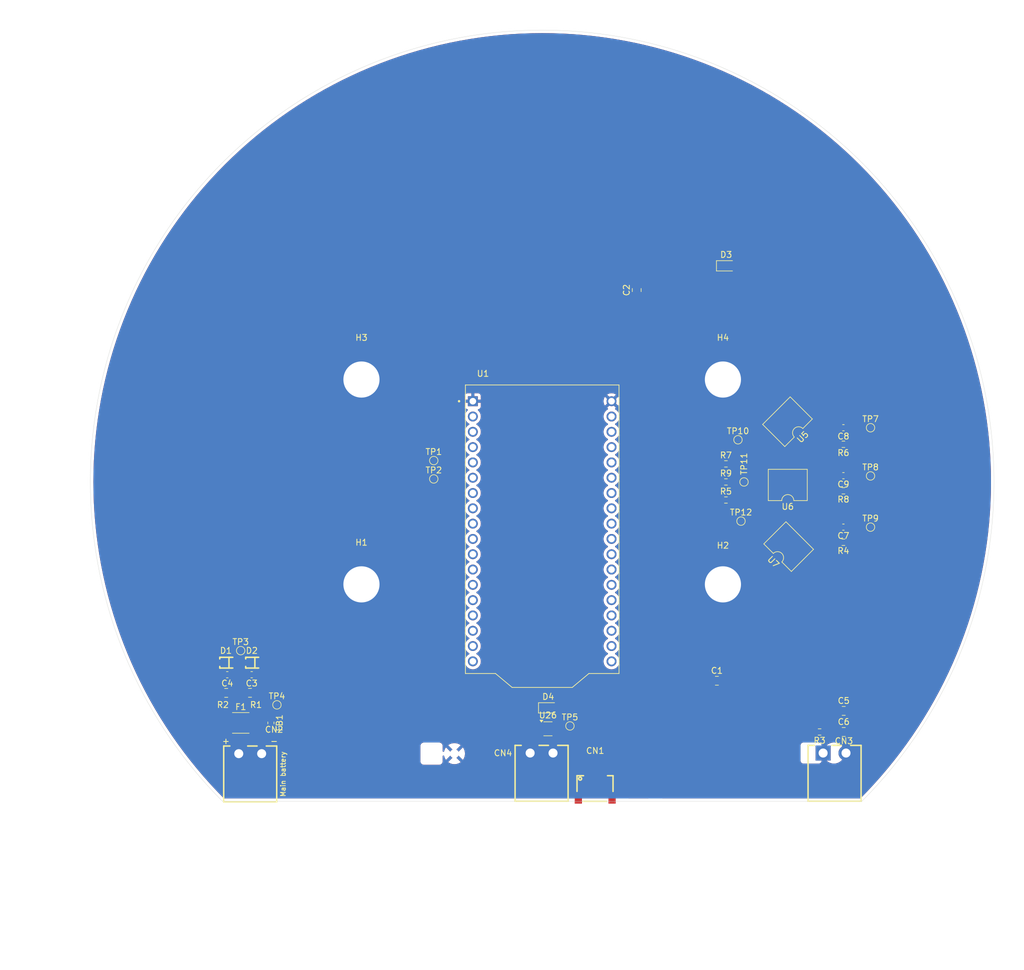
<source format=kicad_pcb>
(kicad_pcb (version 20241229) (generator "pcbnew") (generator_version "9.0")
  (layers (0 "F.Cu" signal) (4 "In1.Cu" signal) (6 "In2.Cu" signal) (2 "B.Cu" signal) (13 "F.Paste" user) (15 "B.Paste" user) (5 "F.SilkS" user "F.Silkscreen") (7 "B.SilkS" user "B.Silkscreen") (1 "F.Mask" user) (3 "B.Mask" user) (25 "Edge.Cuts" user))
  (net 0 "")
  (net 1 "GND")
  (net 14 "+3V3")
  (net 15 "+5V")
  (net 16 "/MCU/GPIO33")
  (net 17 "/MCU/GPIO47")
  (net 18 "/MCU/GPIO04")
  (net 19 "Net-(U1A-U0TXD{slash}GPIO43{slash}CP2102_RX)")
  (net 20 "/MCU/MCU_VBAT_3V3")
  (net 21 "/MCU/GPIO46")
  (net 22 "/MCU/MCU_RST")
  (net 23 "VBATT")
  (net 24 "/MCU/GPIO45")
  (net 25 "/MCU/GPIO34")
  (net 26 "/MCU/GPIO06")
  (net 27 "Net-(U1A-U0RXD{slash}GPIO44{slash}CP2102_TX)")
  (net 28 "/MCU/GPIO48")
  (net 29 "/MCU/GPIO35")
  (net 30 "/MCU/GPIO37")
  (net 31 "/MCU/GPIO05")
  (net 32 "/MCU/GPIO07")
  (net 33 "/MCU/GPIO36")
  (net 34 "/battery_50v_to_adc/VBATT_V50")
  (net 35 "/battery_50v_to_adc/VBATT_2_V50")
  (net 36 "/battery_50v_to_adc/VBATT_3_V50")
  (net 37 "+3.3V")
  (net 38 "/LED control output/DOUT")
  (net 39 "/LED control output/DIN")
  (net 40 "/QWIIC_SCL")
  (net 41 "/QWIIC_SDA")
  (net 42 "/Button IO/BUT_IN_01")
  (net 43 "/Button IO/BUT_IN_02")
  (net 44 "/Button IO/BUT_IN_03")
  (net 45 "/Button IO/BUT_OUT_01")
  (net 46 "/Button IO/BUT_OUT_02")
  (net 47 "/Button IO/BUT_OUT_03")
  (net 48 "/Ambient light sensor/V_AMLIGHT_EM")
  (net 49 "/battery_50v_to_adc/VBATT_LVL_OUT_LOW")
  (footprint "Capacitor_SMD:C_0603_1608Metric" (layer "F.Cu") (at 50 -9 180)
    (property "Reference" "C8" (at 0 -1.43 0) (layer "F.SilkS"))
    (property "Value" "1uF")
    (fp_line (start -0.14058 0.51) (end 0.14058 0.51) (stroke (width 0.12)) (layer "F.SilkS"))
    (fp_line (start -0.14058 -0.51) (end 0.14058 -0.51) (stroke (width 0.12)) (layer "F.SilkS"))
    (pad "1" smd roundrect (at -0.775 0 180) (size 0.9 0.95) (layers "F.Cu" "F.Mask" "F.Paste") (net 43 "/Button IO/BUT_IN_02"))
    (pad "2" smd roundrect (at 0.775 0 180) (size 0.9 0.95) (layers "F.Cu" "F.Mask" "F.Paste") (net 1 "GND"))
  )
  (footprint "Capacitor_SMD:C_0603_1608Metric" (layer "F.Cu") (at 50 7.5 180)
    (property "Reference" "C7" (at 0 -1.43 0) (layer "F.SilkS"))
    (property "Value" "1uF")
    (fp_line (start -0.14058 0.51) (end 0.14058 0.51) (stroke (width 0.12)) (layer "F.SilkS"))
    (fp_line (start -0.14058 -0.51) (end 0.14058 -0.51) (stroke (width 0.12)) (layer "F.SilkS"))
    (pad "1" smd roundrect (at -0.775 0 180) (size 0.9 0.95) (layers "F.Cu" "F.Mask" "F.Paste") (net 42 "/Button IO/BUT_IN_01"))
    (pad "2" smd roundrect (at 0.775 0 180) (size 0.9 0.95) (layers "F.Cu" "F.Mask" "F.Paste") (net 1 "GND"))
  )
  (footprint "Capacitor_SMD:C_0603_1608Metric" (layer "F.Cu") (at -52.275 32 180)
    (property "Reference" "C4" (at 0 -1.43 0) (layer "F.SilkS"))
    (property "Value" "10nF")
    (fp_line (start -0.14058 0.51) (end 0.14058 0.51) (stroke (width 0.12)) (layer "F.SilkS"))
    (fp_line (start -0.14058 -0.51) (end 0.14058 -0.51) (stroke (width 0.12)) (layer "F.SilkS"))
    (pad "1" smd roundrect (at -0.775 0 180) (size 0.9 0.95) (layers "F.Cu" "F.Mask" "F.Paste") (net 49 "/battery_50v_to_adc/VBATT_LVL_OUT_LOW"))
    (pad "2" smd roundrect (at 0.775 0 180) (size 0.9 0.95) (layers "F.Cu" "F.Mask" "F.Paste") (net 1 "GND"))
  )
  (footprint "TestPoint:TestPoint_Pad_D1.0mm" (layer "F.Cu") (at -18 -3.55)
    (property "Reference" "TP1" (at 0 -1.448 0) (layer "F.SilkS"))
    (property "Value" "TestPoint")
    (fp_circle (center 0 0) (end 0 0.7) (stroke (width 0.12)) (fill no) (layer "F.SilkS"))
    (pad "1" smd circle (at 0 0) (size 1 1) (layers "F.Cu" "F.Mask") (net 27 "Net-(U1A-U0RXD{slash}GPIO44{slash}CP2102_TX)"))
  )
  (footprint "Resistor_SMD:R_0603_1608Metric" (layer "F.Cu") (at 46.05 41.5 180)
    (property "Reference" "R3" (at 0 -1.43 0) (layer "F.SilkS"))
    (property "Value" "10k")
    (fp_line (start -0.237258 0.5225) (end 0.237258 0.5225) (stroke (width 0.12)) (layer "F.SilkS"))
    (fp_line (start -0.237258 -0.5225) (end 0.237258 -0.5225) (stroke (width 0.12)) (layer "F.SilkS"))
    (pad "1" smd roundrect (at -0.825 0 180) (size 0.8 0.95) (layers "F.Cu" "F.Mask" "F.Paste") (net 48 "/Ambient light sensor/V_AMLIGHT_EM"))
    (pad "2" smd roundrect (at 0.825 0 180) (size 0.8 0.95) (layers "F.Cu" "F.Mask" "F.Paste") (net 1 "GND"))
  )
  (footprint "Inductor_SMD:L_0603_1608Metric" (layer "F.Cu") (at -45.0325 40 -90)
    (property "Reference" "FB1" (at 0 -1.43 90) (layer "F.SilkS"))
    (property "Value" "FerriteBead_Small")
    (fp_line (start -0.162779 0.51) (end 0.162779 0.51) (stroke (width 0.12)) (layer "F.SilkS"))
    (fp_line (start -0.162779 -0.51) (end 0.162779 -0.51) (stroke (width 0.12)) (layer "F.SilkS"))
    (pad "1" smd roundrect (at -0.7875 0 270) (size 0.875 0.95) (layers "F.Cu" "F.Mask" "F.Paste") (net 36 "/battery_50v_to_adc/VBATT_3_V50"))
    (pad "2" smd roundrect (at 0.7875 0 270) (size 0.875 0.95) (layers "F.Cu" "F.Mask" "F.Paste") (net 35 "/battery_50v_to_adc/VBATT_2_V50"))
  )
  (footprint "lcsc:CONN-TH_OQ0232510000G" (layer "F.Cu") (at -48.4675 45.1025)
    (property "Reference" "CN2" (at 3.9675 -4 0) (layer "F.SilkS"))
    (property "Value" "OQ0232510000G")
    (property "Pos" "+" (at -4.0325 -2.1025 0) (layer "F.SilkS"))
    (property "Neg" "-" (at 3.9675 -2.1025 0) (layer "F.SilkS"))
    (property "Desc" "Main battery" (at 5.4675 3.3975 90) (layer "F.SilkS") (effects (font (size 0.8 0.8))))
    (fp_line (start -4.4 8) (end -4.4 -1.27) (stroke (width 0.25)) (layer "F.SilkS"))
    (fp_line (start -3.38 -1.27) (end -4.4 -1.27) (stroke (width 0.25)) (layer "F.SilkS"))
    (fp_line (start 1.14 -1.27) (end -0.42 -1.27) (stroke (width 0.25)) (layer "F.SilkS"))
    (fp_line (start 4.4 -1.27) (end 2.67 -1.27) (stroke (width 0.25)) (layer "F.SilkS"))
    (fp_line (start 4.4 8) (end -4.4 8) (stroke (width 0.25)) (layer "F.SilkS"))
    (fp_line (start 4.4 8) (end 4.4 -1.27) (stroke (width 0.25)) (layer "F.SilkS"))
    (pad "1" thru_hole rect (at -1.9 0) (size 2.5 2.5) (drill 1.500022) (layers "*.Cu" "*.Mask") (net 34 "/battery_50v_to_adc/VBATT_V50"))
    (pad "2" thru_hole circle (at 1.9 0) (size 2.5 2.5) (drill 1.500022) (layers "*.Cu" "*.Mask") (net 1 "GND"))
  )
  (footprint "Resistor_SMD:R_0603_1608Metric" (layer "F.Cu") (at 50 1.47 180)
    (property "Reference" "R8" (at 0 -1.43 0) (layer "F.SilkS"))
    (property "Value" "1k")
    (fp_line (start -0.237258 0.5225) (end 0.237258 0.5225) (stroke (width 0.12)) (layer "F.SilkS"))
    (fp_line (start -0.237258 -0.5225) (end 0.237258 -0.5225) (stroke (width 0.12)) (layer "F.SilkS"))
    (pad "1" smd roundrect (at -0.825 0 180) (size 0.8 0.95) (layers "F.Cu" "F.Mask" "F.Paste") (net 15 "+5V"))
    (pad "2" smd roundrect (at 0.825 0 180) (size 0.8 0.95) (layers "F.Cu" "F.Mask" "F.Paste") (net 44 "/Button IO/BUT_IN_03"))
  )
  (footprint "Capacitor_SMD:C_0603_1608Metric" (layer "F.Cu") (at -48.219999 32 180)
    (property "Reference" "C3" (at 0 -1.43 0) (layer "F.SilkS"))
    (property "Value" "10nF")
    (fp_line (start -0.14058 0.51) (end 0.14058 0.51) (stroke (width 0.12)) (layer "F.SilkS"))
    (fp_line (start -0.14058 -0.51) (end 0.14058 -0.51) (stroke (width 0.12)) (layer "F.SilkS"))
    (pad "1" smd roundrect (at -0.775 0 180) (size 0.9 0.95) (layers "F.Cu" "F.Mask" "F.Paste") (net 49 "/battery_50v_to_adc/VBATT_LVL_OUT_LOW"))
    (pad "2" smd roundrect (at 0.775 0 180) (size 0.9 0.95) (layers "F.Cu" "F.Mask" "F.Paste") (net 1 "GND"))
  )
  (footprint "TestPoint:TestPoint_Pad_D1.0mm" (layer "F.Cu") (at 54.5 7.5)
    (property "Reference" "TP9" (at 0 -1.448 0) (layer "F.SilkS"))
    (property "Value" "TestPoint")
    (fp_circle (center 0 0) (end 0 0.7) (stroke (width 0.12)) (fill no) (layer "F.SilkS"))
    (pad "1" smd circle (at 0 0) (size 1 1) (layers "F.Cu" "F.Mask") (net 42 "/Button IO/BUT_IN_01"))
  )
  (footprint "TestPoint:TestPoint_Pad_D1.0mm" (layer "F.Cu") (at -44.0325 37)
    (property "Reference" "TP4" (at 0 -1.448 0) (layer "F.SilkS"))
    (property "Value" "TestPoint")
    (fp_circle (center 0 0) (end 0 0.7) (stroke (width 0.12)) (fill no) (layer "F.SilkS"))
    (pad "1" smd circle (at 0 0) (size 1 1) (layers "F.Cu" "F.Mask") (net 36 "/battery_50v_to_adc/VBATT_3_V50"))
  )
  (footprint "lcsc:CONN-TH_OQ0232510000G" (layer "F.Cu") (at -0.1 45)
    (property "Reference" "CN4" (at -6.4 0 0) (layer "F.SilkS"))
    (property "Value" "OQ0232510000G")
    (fp_line (start -4.4 8) (end -4.4 -1.27) (stroke (width 0.25)) (layer "F.SilkS"))
    (fp_line (start -3.38 -1.27) (end -4.4 -1.27) (stroke (width 0.25)) (layer "F.SilkS"))
    (fp_line (start 1.14 -1.27) (end -0.42 -1.27) (stroke (width 0.25)) (layer "F.SilkS"))
    (fp_line (start 4.4 -1.27) (end 2.67 -1.27) (stroke (width 0.25)) (layer "F.SilkS"))
    (fp_line (start 4.4 8) (end -4.4 8) (stroke (width 0.25)) (layer "F.SilkS"))
    (fp_line (start 4.4 8) (end 4.4 -1.27) (stroke (width 0.25)) (layer "F.SilkS"))
    (pad "1" thru_hole rect (at -1.9 0) (size 2.5 2.5) (drill 1.500022) (layers "*.Cu" "*.Mask") (net 1 "GND"))
    (pad "2" thru_hole circle (at 1.9 0) (size 2.5 2.5) (drill 1.500022) (layers "*.Cu" "*.Mask") (net 38 "/LED control output/DOUT"))
  )
  (footprint "Capacitor_SMD:C_0805_2012Metric" (layer "F.Cu") (at 29 33)
    (property "Reference" "C1" (at 0 -1.68 0) (layer "F.SilkS"))
    (property "Value" "10uF")
    (fp_line (start -0.261252 -0.735) (end 0.261252 -0.735) (stroke (width 0.12)) (layer "F.SilkS"))
    (fp_line (start -0.261252 0.735) (end 0.261252 0.735) (stroke (width 0.12)) (layer "F.SilkS"))
    (pad "1" smd roundrect (at -0.95 0) (size 1 1.45) (layers "F.Cu" "F.Mask" "F.Paste") (net 14 "+3V3"))
    (pad "2" smd roundrect (at 0.95 0) (size 1 1.45) (layers "F.Cu" "F.Mask" "F.Paste") (net 1 "GND"))
  )
  (footprint "Diode_SMD:D_SOD-323" (layer "F.Cu") (at 30.535 -35.875)
    (property "Reference" "D3" (at 0 -1.85 0) (layer "F.SilkS"))
    (property "Value" "ESD prot.")
    (fp_line (start -1.61 -0.85) (end -1.61 0.85) (stroke (width 0.12)) (layer "F.SilkS"))
    (fp_line (start -1.61 -0.85) (end 1.05 -0.85) (stroke (width 0.12)) (layer "F.SilkS"))
    (fp_line (start -1.61 0.85) (end 1.05 0.85) (stroke (width 0.12)) (layer "F.SilkS"))
    (pad "1" smd roundrect (at -1.05 0) (size 0.6 0.45) (layers "F.Cu" "F.Mask" "F.Paste") (net 37 "+3.3V"))
    (pad "2" smd roundrect (at 1.05 0) (size 0.6 0.45) (layers "F.Cu" "F.Mask" "F.Paste") (net 1 "GND"))
  )
  (footprint "Package_DIP:SMDIP-4_W9.53mm" (layer "F.Cu") (at 40.765 0.5 180)
    (property "Reference" "U6" (at 0 -3.599999 0) (layer "F.SilkS"))
    (property "Value" "LTV-817S")
    (fp_line (start 3.235 2.6) (end 3.235 -2.6) (stroke (width 0.12)) (layer "F.SilkS"))
    (fp_line (start 3.235 -2.6) (end 1 -2.6) (stroke (width 0.12)) (layer "F.SilkS"))
    (fp_line (start -1 -2.6) (end -3.235 -2.6) (stroke (width 0.12)) (layer "F.SilkS"))
    (fp_line (start -3.235 2.6) (end 3.235 2.6) (stroke (width 0.12)) (layer "F.SilkS"))
    (fp_line (start -3.235 -2.6) (end -3.235 2.6) (stroke (width 0.12)) (layer "F.SilkS"))
    (fp_arc (start 1 -2.6) (mid 0 -1.6) (end -1 -2.6) (stroke (width 0.12)) (layer "F.SilkS"))
    (pad "1" smd roundrect (at -4.765 -1.27 180) (size 2 1.78) (layers "F.Cu" "F.Mask" "F.Paste") (roundrect_rratio 0.140449) (net 44 "/Button IO/BUT_IN_03"))
    (pad "2" smd roundrect (at -4.765 1.27 180) (size 2 1.78) (layers "F.Cu" "F.Mask" "F.Paste") (roundrect_rratio 0.140449) (net 1 "GND"))
    (pad "3" smd roundrect (at 4.765 1.27 180) (size 2 1.78) (layers "F.Cu" "F.Mask" "F.Paste") (roundrect_rratio 0.140449) (net 1 "GND"))
    (pad "4" smd roundrect (at 4.765 -1.27 180) (size 2 1.78) (layers "F.Cu" "F.Mask" "F.Paste") (roundrect_rratio 0.140449) (net 47 "/Button IO/BUT_OUT_03"))
  )
  (footprint "Resistor_SMD:R_0603_1608Metric" (layer "F.Cu") (at 50 10.01 180)
    (property "Reference" "R4" (at 0 -1.43 0) (layer "F.SilkS"))
    (property "Value" "1k")
    (fp_line (start -0.237258 0.5225) (end 0.237258 0.5225) (stroke (width 0.12)) (layer "F.SilkS"))
    (fp_line (start -0.237258 -0.5225) (end 0.237258 -0.5225) (stroke (width 0.12)) (layer "F.SilkS"))
    (pad "1" smd roundrect (at -0.825 0 180) (size 0.8 0.95) (layers "F.Cu" "F.Mask" "F.Paste") (net 15 "+5V"))
    (pad "2" smd roundrect (at 0.825 0 180) (size 0.8 0.95) (layers "F.Cu" "F.Mask" "F.Paste") (net 42 "/Button IO/BUT_IN_01"))
  )
  (footprint "lcsc:CONN-SMD_4P-P1.00_SM04B-SRSS-TB-LF-SN" (layer "F.Cu") (at 8.8 50.56)
    (property "Reference" "CN1" (at 0 -5.94 0) (layer "F.SilkS"))
    (property "Value" "SM04B-SRSS-TB (LF)(SN)")
    (fp_line (start -3.02 -1.8) (end -3.02 0.8) (stroke (width 0.25)) (layer "F.SilkS"))
    (fp_line (start -2.02 2.46) (end 1.88 2.46) (stroke (width 0.25)) (layer "F.SilkS"))
    (fp_line (start -1.94 -1.8) (end -3.02 -1.8) (stroke (width 0.25)) (layer "F.SilkS"))
    (fp_line (start 2.04 -1.8) (end 2.96 -1.8) (stroke (width 0.25)) (layer "F.SilkS"))
    (fp_line (start 2.96 -1.8) (end 2.96 0.81) (stroke (width 0.25)) (layer "F.SilkS"))
    (fp_circle (center -2.5 -1.31) (end -2.38 -1.31) (stroke (width 0.25)) (fill no) (layer "F.SilkS"))
    (pad "1" smd rect (at -1.5 -1.94) (size 0.6 1.55) (layers "F.Cu" "F.Mask" "F.Paste") (net 1 "GND"))
    (pad "2" smd rect (at -0.5 -1.94) (size 0.6 1.55) (layers "F.Cu" "F.Mask" "F.Paste") (net 14 "+3V3"))
    (pad "3" smd rect (at 0.5 -1.94) (size 0.6 1.55) (layers "F.Cu" "F.Mask" "F.Paste") (net 41 "/QWIIC_SDA"))
    (pad "4" smd rect (at 1.5 -1.94) (size 0.6 1.55) (layers "F.Cu" "F.Mask" "F.Paste") (net 40 "/QWIIC_SCL"))
    (pad "5" smd rect (at 2.8 1.94) (size 1.2 1.8) (layers "F.Cu" "F.Mask" "F.Paste") (net 1 "GND"))
    (pad "6" smd rect (at -2.8 1.94) (size 1.2 1.8) (layers "F.Cu" "F.Mask" "F.Paste") (net 1 "GND"))
  )
  (footprint "TestPoint:TestPoint_Pad_D1.0mm" (layer "F.Cu") (at 4.605 40.5)
    (property "Reference" "TP5" (at 0 -1.448 0) (layer "F.SilkS"))
    (property "Value" "TestPoint")
    (fp_circle (center 0 0) (end 0 0.7) (stroke (width 0.12)) (fill no) (layer "F.SilkS"))
    (pad "1" smd circle (at 0 0) (size 1 1) (layers "F.Cu" "F.Mask") (net 38 "/LED control output/DOUT"))
  )
  (footprint "TestPoint:TestPoint_Pad_D1.0mm" (layer "F.Cu") (at -18 -0.5)
    (property "Reference" "TP2" (at 0 -1.448 0) (layer "F.SilkS"))
    (property "Value" "TestPoint")
    (fp_circle (center 0 0) (end 0 0.7) (stroke (width 0.12)) (fill no) (layer "F.SilkS"))
    (pad "1" smd circle (at 0 0) (size 1 1) (layers "F.Cu" "F.Mask") (net 19 "Net-(U1A-U0TXD{slash}GPIO43{slash}CP2102_RX)"))
  )
  (footprint "lcsc:SOD-323_L1.6-W1.3-LS2.7-RD" (layer "F.Cu") (at -52.5 30 180)
    (property "Reference" "D1" (at 0 2 0) (layer "F.SilkS"))
    (property "Value" "1N4148WSG_C2904852")
    (fp_line (start 1.02 0.89) (end 1.02 0.63) (stroke (width 0.25)) (layer "F.SilkS"))
    (fp_line (start 1.02 -0.89) (end 1.02 -0.63) (stroke (width 0.25)) (layer "F.SilkS"))
    (fp_line (start 0.89 -0.89) (end 1.02 -0.89) (stroke (width 0.25)) (layer "F.SilkS"))
    (fp_line (start 0.76 0.89) (end 1.02 0.89) (stroke (width 0.25)) (layer "F.SilkS"))
    (fp_line (start -0.51 -0.89) (end -0.51 0.89) (stroke (width 0.25)) (layer "F.SilkS"))
    (fp_line (start -0.73 0.89) (end -1.14 0.89) (stroke (width 0.25)) (layer "F.SilkS"))
    (fp_line (start -0.89 0.89) (end 0.89 0.89) (stroke (width 0.25)) (layer "F.SilkS"))
    (fp_line (start -0.89 -0.89) (end 0.89 -0.89) (stroke (width 0.25)) (layer "F.SilkS"))
    (fp_line (start -0.89 -0.89) (end -1.14 -0.89) (stroke (width 0.25)) (layer "F.SilkS"))
    (pad "1" smd rect (at -1.3 0 180) (size 0.9 0.7) (layers "F.Cu" "F.Mask" "F.Paste") (net 49 "/battery_50v_to_adc/VBATT_LVL_OUT_LOW"))
    (pad "2" smd rect (at 1.3 0 180) (size 0.9 0.7) (layers "F.Cu" "F.Mask" "F.Paste") (net 1 "GND"))
  )
  (footprint "Package_DIP:SMDIP-4_W9.53mm" (layer "F.Cu") (at 40.718555 -10 -135)
    (property "Reference" "U5" (at 0 -3.599999 45) (layer "F.SilkS"))
    (property "Value" "LTV-817S")
    (fp_line (start 3.235 2.6) (end 3.235 -2.6) (stroke (width 0.12)) (layer "F.SilkS"))
    (fp_line (start 3.235 -2.6) (end 1 -2.6) (stroke (width 0.12)) (layer "F.SilkS"))
    (fp_line (start -3.235 2.6) (end 3.235 2.6) (stroke (width 0.12)) (layer "F.SilkS"))
    (fp_line (start -1 -2.6) (end -3.235 -2.6) (stroke (width 0.12)) (layer "F.SilkS"))
    (fp_line (start -3.235 -2.6) (end -3.235 2.6) (stroke (width 0.12)) (layer "F.SilkS"))
    (fp_arc (start 1 -2.6) (mid 0 -1.6) (end -1 -2.6) (stroke (width 0.12)) (layer "F.SilkS"))
    (pad "1" smd roundrect (at -4.765 -1.27 225) (size 2 1.78) (layers "F.Cu" "F.Mask" "F.Paste") (roundrect_rratio 0.140449) (net 43 "/Button IO/BUT_IN_02"))
    (pad "2" smd roundrect (at -4.765 1.27 225) (size 2 1.78) (layers "F.Cu" "F.Mask" "F.Paste") (roundrect_rratio 0.140449) (net 1 "GND"))
    (pad "3" smd roundrect (at 4.765 1.27 225) (size 2 1.78) (layers "F.Cu" "F.Mask" "F.Paste") (roundrect_rratio 0.140449) (net 1 "GND"))
    (pad "4" smd roundrect (at 4.765 -1.27 225) (size 2 1.78) (layers "F.Cu" "F.Mask" "F.Paste") (roundrect_rratio 0.140449) (net 46 "/Button IO/BUT_OUT_02"))
  )
  (footprint "Capacitor_SMD:C_0805_2012Metric" (layer "F.Cu") (at -52.449999 35.01)
    (property "Reference" "R2" (at -0.550001 1.99 0) (layer "F.SilkS"))
    (property "Value" "3.6K")
    (fp_line (start -0.261252 -0.735) (end 0.261252 -0.735) (stroke (width 0.12)) (layer "F.SilkS"))
    (fp_line (start -0.261252 0.735) (end 0.261252 0.735) (stroke (width 0.12)) (layer "F.SilkS"))
    (pad "1" smd roundrect (at -0.95 0) (size 1 1.45) (layers "F.Cu" "F.Mask" "F.Paste") (net 1 "GND"))
    (pad "2" smd roundrect (at 0.95 0) (size 1 1.45) (layers "F.Cu" "F.Mask" "F.Paste") (net 49 "/battery_50v_to_adc/VBATT_LVL_OUT_LOW"))
  )
  (footprint "Package_DIP:SMDIP-4_W9.53mm" (layer "F.Cu") (at 40.911446 10.732611 135)
    (property "Reference" "U7" (at 0 -3.599999 135) (layer "F.SilkS"))
    (property "Value" "LTV-817S")
    (fp_line (start 3.235 -2.6) (end 1 -2.6) (stroke (width 0.12)) (layer "F.SilkS"))
    (fp_line (start -1 -2.6) (end -3.235 -2.6) (stroke (width 0.12)) (layer "F.SilkS"))
    (fp_line (start 3.235 2.6) (end 3.235 -2.6) (stroke (width 0.12)) (layer "F.SilkS"))
    (fp_line (start -3.235 -2.6) (end -3.235 2.6) (stroke (width 0.12)) (layer "F.SilkS"))
    (fp_line (start -3.235 2.6) (end 3.235 2.6) (stroke (width 0.12)) (layer "F.SilkS"))
    (fp_arc (start 1 -2.6) (mid 0 -1.6) (end -1 -2.6) (stroke (width 0.12)) (layer "F.SilkS"))
    (pad "1" smd roundrect (at -4.765 -1.27 135) (size 2 1.78) (layers "F.Cu" "F.Mask" "F.Paste") (roundrect_rratio 0.140449) (net 42 "/Button IO/BUT_IN_01"))
    (pad "2" smd roundrect (at -4.765 1.27 135) (size 2 1.78) (layers "F.Cu" "F.Mask" "F.Paste") (roundrect_rratio 0.140449) (net 1 "GND"))
    (pad "3" smd roundrect (at 4.765 1.27 135) (size 2 1.78) (layers "F.Cu" "F.Mask" "F.Paste") (roundrect_rratio 0.140449) (net 1 "GND"))
    (pad "4" smd roundrect (at 4.765 -1.27 135) (size 2 1.78) (layers "F.Cu" "F.Mask" "F.Paste") (roundrect_rratio 0.140449) (net 45 "/Button IO/BUT_OUT_01"))
  )
  (footprint "TestPoint:TestPoint_Pad_D1.0mm" (layer "F.Cu") (at 33 6.5)
    (property "Reference" "TP12" (at 0 -1.448 0) (layer "F.SilkS"))
    (property "Value" "TestPoint")
    (fp_circle (center 0 0) (end 0 0.7) (stroke (width 0.12)) (fill no) (layer "F.SilkS"))
    (pad "1" smd circle (at 0 0) (size 1 1) (layers "F.Cu" "F.Mask") (net 45 "/Button IO/BUT_OUT_01"))
  )
  (footprint "TestPoint:TestPoint_Pad_D1.0mm" (layer "F.Cu") (at 32.5 -7)
    (property "Reference" "TP10" (at 0 -1.448 0) (layer "F.SilkS"))
    (property "Value" "TestPoint")
    (fp_circle (center 0 0) (end 0 0.7) (stroke (width 0.12)) (fill no) (layer "F.SilkS"))
    (pad "1" smd circle (at 0 0) (size 1 1) (layers "F.Cu" "F.Mask") (net 46 "/Button IO/BUT_OUT_02"))
  )
  (footprint "MountingHole:MountingHole_6mm_Pad" (layer "F.Cu") (at -30 -17)
    (property "Reference" "H3" (at 0 -6.95 0) (layer "F.SilkS"))
    (property "Value" "MountingHole_Pad")
    (pad "1" thru_hole circle (at 0 0) (size 12 12) (drill 6) (layers "*.Cu" "*.Mask") (net 1 "GND"))
  )
  (footprint "MountingHole:MountingHole_6mm_Pad" (layer "F.Cu") (at -30 17)
    (property "Reference" "H1" (at 0 -6.95 0) (layer "F.SilkS"))
    (property "Value" "MountingHole_Pad")
    (pad "1" thru_hole circle (at 0 0) (size 12 12) (drill 6) (layers "*.Cu" "*.Mask") (net 1 "GND"))
  )
  (footprint "Resistor_SMD:R_0603_1608Metric" (layer "F.Cu") (at 50 -6.253553 180)
    (property "Reference" "R6" (at 0 -1.43 0) (layer "F.SilkS"))
    (property "Value" "1k")
    (fp_line (start -0.237258 0.5225) (end 0.237258 0.5225) (stroke (width 0.12)) (layer "F.SilkS"))
    (fp_line (start -0.237258 -0.5225) (end 0.237258 -0.5225) (stroke (width 0.12)) (layer "F.SilkS"))
    (pad "1" smd roundrect (at -0.825 0 180) (size 0.8 0.95) (layers "F.Cu" "F.Mask" "F.Paste") (net 15 "+5V"))
    (pad "2" smd roundrect (at 0.825 0 180) (size 0.8 0.95) (layers "F.Cu" "F.Mask" "F.Paste") (net 43 "/Button IO/BUT_IN_02"))
  )
  (footprint "Capacitor_SMD:C_0805_2012Metric" (layer "F.Cu") (at 50.05 41.5)
    (property "Reference" "C6" (at 0 -1.68 0) (layer "F.SilkS"))
    (property "Value" "10uF")
    (fp_line (start -0.261252 -0.735) (end 0.261252 -0.735) (stroke (width 0.12)) (layer "F.SilkS"))
    (fp_line (start -0.261252 0.735) (end 0.261252 0.735) (stroke (width 0.12)) (layer "F.SilkS"))
    (pad "1" smd roundrect (at -0.95 0) (size 1 1.45) (layers "F.Cu" "F.Mask" "F.Paste") (net 48 "/Ambient light sensor/V_AMLIGHT_EM"))
    (pad "2" smd roundrect (at 0.95 0) (size 1 1.45) (layers "F.Cu" "F.Mask" "F.Paste") (net 1 "GND"))
  )
  (footprint "lcsc:CONN-TH_OQ0232510000G" (layer "F.Cu") (at 48.5325 45)
    (property "Reference" "CN3" (at 1.55 -2 0) (layer "F.SilkS"))
    (property "Value" "OQ0232510000G")
    (property "Description" "" (at 5.1 1.5 90) (layer "F.SilkS") (effects (font (size 0.8 0.8))))
    (fp_line (start -4.4 8) (end -4.4 -1.27) (stroke (width 0.25)) (layer "F.SilkS"))
    (fp_line (start -3.38 -1.27) (end -4.4 -1.27) (stroke (width 0.25)) (layer "F.SilkS"))
    (fp_line (start 1.14 -1.27) (end -0.42 -1.27) (stroke (width 0.25)) (layer "F.SilkS"))
    (fp_line (start 4.4 -1.27) (end 2.67 -1.27) (stroke (width 0.25)) (layer "F.SilkS"))
    (fp_line (start 4.4 8) (end -4.4 8) (stroke (width 0.25)) (layer "F.SilkS"))
    (fp_line (start 4.4 8) (end 4.4 -1.27) (stroke (width 0.25)) (layer "F.SilkS"))
    (pad "1" thru_hole rect (at -1.9 0) (size 2.5 2.5) (drill 1.500022) (layers "*.Cu" "*.Mask") (net 48 "/Ambient light sensor/V_AMLIGHT_EM"))
    (pad "2" thru_hole circle (at 1.9 0) (size 2.5 2.5) (drill 1.500022) (layers "*.Cu" "*.Mask") (net 14 "+3V3"))
  )
  (footprint "TestPoint:TestPoint_Pad_D1.0mm" (layer "F.Cu") (at 54.5 -9)
    (property "Reference" "TP7" (at 0 -1.448 0) (layer "F.SilkS"))
    (property "Value" "TestPoint")
    (fp_circle (center 0 0) (end 0 0.7) (stroke (width 0.12)) (fill no) (layer "F.SilkS"))
    (pad "1" smd circle (at 0 0) (size 1 1) (layers "F.Cu" "F.Mask") (net 43 "/Button IO/BUT_IN_02"))
  )
  (footprint "TestPoint:TestPoint_Pad_D1.0mm" (layer "F.Cu") (at -50.050001 28)
    (property "Reference" "TP3" (at 0 -1.448 0) (layer "F.SilkS"))
    (property "Value" "TestPoint")
    (fp_circle (center 0 0) (end 0 0.7) (stroke (width 0.12)) (fill no) (layer "F.SilkS"))
    (pad "1" smd circle (at 0 0) (size 1 1) (layers "F.Cu" "F.Mask") (net 49 "/battery_50v_to_adc/VBATT_LVL_OUT_LOW"))
  )
  (footprint "Capacitor_SMD:C_0805_2012Metric" (layer "F.Cu") (at 50.05 38)
    (property "Reference" "C5" (at 0 -1.68 0) (layer "F.SilkS"))
    (property "Value" "100nF")
    (fp_line (start -0.261252 -0.735) (end 0.261252 -0.735) (stroke (width 0.12)) (layer "F.SilkS"))
    (fp_line (start -0.261252 0.735) (end 0.261252 0.735) (stroke (width 0.12)) (layer "F.SilkS"))
    (pad "1" smd roundrect (at -0.95 0) (size 1 1.45) (layers "F.Cu" "F.Mask" "F.Paste") (net 48 "/Ambient light sensor/V_AMLIGHT_EM"))
    (pad "2" smd roundrect (at 0.95 0) (size 1 1.45) (layers "F.Cu" "F.Mask" "F.Paste") (net 1 "GND"))
  )
  (footprint "footprints:MODULE_WIFI_KIT_32__V3_" (layer "F.Cu") (at 0 9)
    (property "Reference" "U1" (at -9.825001 -26.985 0) (layer "F.SilkS"))
    (property "Value" "WIFI_KIT_32__V3_")
    (fp_line (start -12.75 -25.1) (end 12.75 -25.1) (stroke (width 0.127)) (layer "F.SilkS"))
    (fp_line (start -12.75 22.8) (end -12.75 -25.1) (stroke (width 0.127)) (layer "F.SilkS"))
    (fp_line (start -7.75 22.8) (end -12.75 22.8) (stroke (width 0.127)) (layer "F.SilkS"))
    (fp_line (start -7.75 22.8) (end -5 25.1) (stroke (width 0.127)) (layer "F.SilkS"))
    (fp_line (start -5 25.1) (end 5 25.1) (stroke (width 0.127)) (layer "F.SilkS"))
    (fp_line (start 5 25.1) (end 7.75 22.8) (stroke (width 0.127)) (layer "F.SilkS"))
    (fp_line (start 12.75 -25.1) (end 12.75 22.8) (stroke (width 0.127)) (layer "F.SilkS"))
    (fp_line (start 12.75 22.8) (end 7.75 22.8) (stroke (width 0.127)) (layer "F.SilkS"))
    (fp_circle (center -13.8 -22.4) (end -13.7 -22.4) (stroke (width 0.2)) (fill no) (layer "F.SilkS"))
    (pad "J2_1" thru_hole rect (at -11.51 -22.4) (size 1.65 1.65) (drill 1.1) (layers "*.Cu" "*.Mask") (net 1 "GND"))
    (pad "J2_2" thru_hole circle (at -11.51 -19.86) (size 1.65 1.65) (drill 1.1) (layers "*.Cu" "*.Mask") (net 15 "+5V"))
    (pad "J2_3" thru_hole circle (at -11.51 -17.32) (size 1.65 1.65) (drill 1.1) (layers "*.Cu" "*.Mask") (net 23 "VBATT"))
    (pad "J2_4" thru_hole circle (at -11.51 -14.78) (size 1.65 1.65) (drill 1.1) (layers "*.Cu" "*.Mask") (net 23 "VBATT"))
    (pad "J2_5" thru_hole circle (at -11.51 -12.24) (size 1.65 1.65) (drill 1.1) (layers "*.Cu" "*.Mask") (net 27 "Net-(U1A-U0RXD{slash}GPIO44{slash}CP2102_TX)"))
    (pad "J2_6" thru_hole circle (at -11.51 -9.7) (size 1.65 1.65) (drill 1.1) (layers "*.Cu" "*.Mask") (net 19 "Net-(U1A-U0TXD{slash}GPIO43{slash}CP2102_RX)"))
    (pad "J2_7" thru_hole circle (at -11.51 -7.16) (size 1.65 1.65) (drill 1.1) (layers "*.Cu" "*.Mask") (net 22 "/MCU/MCU_RST"))
    (pad "J2_8" thru_hole circle (at -11.51 -4.62) (size 1.65 1.65) (drill 1.1) (layers "*.Cu" "*.Mask"))
    (pad "J2_9" thru_hole circle (at -11.51 -2.08) (size 1.65 1.65) (drill 1.1) (layers "*.Cu" "*.Mask"))
    (pad "J2_10" thru_hole circle (at -11.51 0.46) (size 1.65 1.65) (drill 1.1) (layers "*.Cu" "*.Mask"))
    (pad "J2_11" thru_hole circle (at -11.51 3) (size 1.65 1.65) (drill 1.1) (layers "*.Cu" "*.Mask"))
    (pad "J2_12" thru_hole circle (at -11.51 5.54) (size 1.65 1.65) (drill 1.1) (layers "*.Cu" "*.Mask") (net 32 "/MCU/GPIO07"))
    (pad "J2_13" thru_hole circle (at -11.51 8.08) (size 1.65 1.65) (drill 1.1) (layers "*.Cu" "*.Mask") (net 26 "/MCU/GPIO06"))
    (pad "J2_14" thru_hole circle (at -11.51 10.62) (size 1.65 1.65) (drill 1.1) (layers "*.Cu" "*.Mask") (net 31 "/MCU/GPIO05"))
    (pad "J2_15" thru_hole circle (at -11.51 13.16) (size 1.65 1.65) (drill 1.1) (layers "*.Cu" "*.Mask") (net 18 "/MCU/GPIO04"))
    (pad "J2_16" thru_hole circle (at -11.51 15.7) (size 1.65 1.65) (drill 1.1) (layers "*.Cu" "*.Mask"))
    (pad "J2_17" thru_hole circle (at -11.51 18.24) (size 1.65 1.65) (drill 1.1) (layers "*.Cu" "*.Mask") (net 20 "/MCU/MCU_VBAT_3V3"))
    (pad "J2_18" thru_hole circle (at -11.51 20.78) (size 1.65 1.65) (drill 1.1) (layers "*.Cu" "*.Mask"))
    (pad "J3_1" thru_hole circle (at 11.51 -22.4) (size 1.65 1.65) (drill 1.1) (layers "*.Cu" "*.Mask") (net 1 "GND"))
    (pad "J3_2" thru_hole circle (at 11.51 -19.86) (size 1.65 1.65) (drill 1.1) (layers "*.Cu" "*.Mask") (net 14 "+3V3"))
    (pad "J3_3" thru_hole circle (at 11.51 -17.32) (size 1.65 1.65) (drill 1.1) (layers "*.Cu" "*.Mask") (net 14 "+3V3"))
    (pad "J3_4" thru_hole circle (at 11.51 -14.78) (size 1.65 1.65) (drill 1.1) (layers "*.Cu" "*.Mask"))
    (pad "J3_5" thru_hole circle (at 11.51 -12.24) (size 1.65 1.65) (drill 1.1) (layers "*.Cu" "*.Mask") (net 28 "/MCU/GPIO48"))
    (pad "J3_6" thru_hole circle (at 11.51 -9.7) (size 1.65 1.65) (drill 1.1) (layers "*.Cu" "*.Mask") (net 17 "/MCU/GPIO47"))
    (pad "J3_7" thru_hole circle (at 11.51 -7.16) (size 1.65 1.65) (drill 1.1) (layers "*.Cu" "*.Mask") (net 16 "/MCU/GPIO33"))
    (pad "J3_8" thru_hole circle (at 11.51 -4.62) (size 1.65 1.65) (drill 1.1) (layers "*.Cu" "*.Mask") (net 25 "/MCU/GPIO34"))
    (pad "J3_9" thru_hole circle (at 11.51 -2.08) (size 1.65 1.65) (drill 1.1) (layers "*.Cu" "*.Mask") (net 29 "/MCU/GPIO35"))
    (pad "J3_10" thru_hole circle (at 11.51 0.46) (size 1.65 1.65) (drill 1.1) (layers "*.Cu" "*.Mask") (net 33 "/MCU/GPIO36"))
    (pad "J3_11" thru_hole circle (at 11.51 3) (size 1.65 1.65) (drill 1.1) (layers "*.Cu" "*.Mask") (net 30 "/MCU/GPIO37"))
    (pad "J3_12" thru_hole circle (at 11.51 5.54) (size 1.65 1.65) (drill 1.1) (layers "*.Cu" "*.Mask"))
    (pad "J3_13" thru_hole circle (at 11.51 8.08) (size 1.65 1.65) (drill 1.1) (layers "*.Cu" "*.Mask"))
    (pad "J3_14" thru_hole circle (at 11.51 10.62) (size 1.65 1.65) (drill 1.1) (layers "*.Cu" "*.Mask"))
    (pad "J3_15" thru_hole circle (at 11.51 13.16) (size 1.65 1.65) (drill 1.1) (layers "*.Cu" "*.Mask"))
    (pad "J3_16" thru_hole circle (at 11.51 15.7) (size 1.65 1.65) (drill 1.1) (layers "*.Cu" "*.Mask"))
    (pad "J3_17" thru_hole circle (at 11.51 18.24) (size 1.65 1.65) (drill 1.1) (layers "*.Cu" "*.Mask") (net 24 "/MCU/GPIO45"))
    (pad "J3_18" thru_hole circle (at 11.51 20.78) (size 1.65 1.65) (drill 1.1) (layers "*.Cu" "*.Mask") (net 21 "/MCU/GPIO46"))
  )
  (footprint "Package_TO_SOT_SMD:SOT-353_SC-70-5" (layer "F.Cu") (at 0.955 40.975)
    (property "Reference" "U26" (at 0 -2.25 0) (layer "F.SilkS"))
    (property "Value" "74LVC1G17GW,125")
    (fp_line (start -0.71 -1.16) (end 0.7 -1.16) (stroke (width 0.12)) (layer "F.SilkS"))
    (fp_line (start -0.7 1.16) (end 0.7 1.16) (stroke (width 0.12)) (layer "F.SilkS"))
    (fp_poly (pts (xy -1.08 -1.11) (xy -1.32 -1.44) (xy -0.84 -1.44) (xy -1.08 -1.11)) (stroke (width 0.12)) (fill yes) (layer "F.SilkS"))
    (pad "1" smd roundrect (at -0.95 -0.65) (size 0.65 0.4) (layers "F.Cu" "F.Mask" "F.Paste") (net 1 "GND"))
    (pad "2" smd roundrect (at -0.95 0) (size 0.65 0.4) (layers "F.Cu" "F.Mask" "F.Paste") (net 39 "/LED control output/DIN"))
    (pad "3" smd roundrect (at -0.95 0.65) (size 0.65 0.4) (layers "F.Cu" "F.Mask" "F.Paste") (net 1 "GND"))
    (pad "4" smd roundrect (at 0.95 0.65) (size 0.65 0.4) (layers "F.Cu" "F.Mask" "F.Paste") (net 38 "/LED control output/DOUT"))
    (pad "5" smd roundrect (at 0.95 -0.65) (size 0.65 0.4) (layers "F.Cu" "F.Mask" "F.Paste") (net 15 "+5V"))
  )
  (footprint "Capacitor_SMD:C_0603_1608Metric" (layer "F.Cu") (at 50 -1.04 180)
    (property "Reference" "C9" (at 0 -1.43 0) (layer "F.SilkS"))
    (property "Value" "1uF")
    (fp_line (start -0.14058 0.51) (end 0.14058 0.51) (stroke (width 0.12)) (layer "F.SilkS"))
    (fp_line (start -0.14058 -0.51) (end 0.14058 -0.51) (stroke (width 0.12)) (layer "F.SilkS"))
    (pad "1" smd roundrect (at -0.775 0 180) (size 0.9 0.95) (layers "F.Cu" "F.Mask" "F.Paste") (net 44 "/Button IO/BUT_IN_03"))
    (pad "2" smd roundrect (at 0.775 0 180) (size 0.9 0.95) (layers "F.Cu" "F.Mask" "F.Paste") (net 1 "GND"))
  )
  (footprint "TestPoint:TestPoint_Pad_D1.0mm" (layer "F.Cu") (at 33.5 0 90)
    (property "Reference" "TP11" (at 3 0 90) (layer "F.SilkS"))
    (property "Value" "TestPoint")
    (fp_circle (center 0 0) (end 0 0.7) (stroke (width 0.12)) (fill no) (layer "F.SilkS"))
    (pad "1" smd circle (at 0 0 90) (size 1 1) (layers "F.Cu" "F.Mask") (net 47 "/Button IO/BUT_OUT_03"))
  )
  (footprint "TestPoint:TestPoint_Pad_D1.0mm" (layer "F.Cu") (at 54.5 -1)
    (property "Reference" "TP8" (at 0 -1.448 0) (layer "F.SilkS"))
    (property "Value" "TestPoint")
    (fp_circle (center 0 0) (end 0 0.7) (stroke (width 0.12)) (fill no) (layer "F.SilkS"))
    (pad "1" smd circle (at 0 0) (size 1 1) (layers "F.Cu" "F.Mask") (net 44 "/Button IO/BUT_IN_03"))
  )
  (footprint "Fuse:Fuse_1812_4532Metric" (layer "F.Cu") (at -50.0325 40)
    (property "Reference" "F1" (at 0 -2.65 0) (layer "F.SilkS"))
    (property "Value" "Polyfuse")
    (fp_line (start -1.386252 -1.71) (end 1.386252 -1.71) (stroke (width 0.12)) (layer "F.SilkS"))
    (fp_line (start -1.386252 1.71) (end 1.386252 1.71) (stroke (width 0.12)) (layer "F.SilkS"))
    (pad "1" smd roundrect (at -2.1375 0) (size 1.125 3.4) (layers "F.Cu" "F.Mask" "F.Paste") (roundrect_rratio 0.222222) (net 34 "/battery_50v_to_adc/VBATT_V50"))
    (pad "2" smd roundrect (at 2.1375 0) (size 1.125 3.4) (layers "F.Cu" "F.Mask" "F.Paste") (roundrect_rratio 0.222222) (net 35 "/battery_50v_to_adc/VBATT_2_V50"))
  )
  (footprint "MountingHole:MountingHole_6mm_Pad" (layer "F.Cu") (at 30 -17)
    (property "Reference" "H4" (at 0 -6.95 0) (layer "F.SilkS"))
    (property "Value" "MountingHole_Pad")
    (pad "1" thru_hole circle (at 0 0) (size 12 12) (drill 6) (layers "*.Cu" "*.Mask") (net 1 "GND"))
  )
  (footprint "Resistor_SMD:R_0603_1608Metric" (layer "F.Cu") (at 30.5 3)
    (property "Reference" "R5" (at 0 -1.43 0) (layer "F.SilkS"))
    (property "Value" "10k")
    (fp_line (start -0.237258 -0.5225) (end 0.237258 -0.5225) (stroke (width 0.12)) (layer "F.SilkS"))
    (fp_line (start -0.237258 0.5225) (end 0.237258 0.5225) (stroke (width 0.12)) (layer "F.SilkS"))
    (pad "1" smd roundrect (at -0.825 0) (size 0.8 0.95) (layers "F.Cu" "F.Mask" "F.Paste") (net 14 "+3V3"))
    (pad "2" smd roundrect (at 0.825 0) (size 0.8 0.95) (layers "F.Cu" "F.Mask" "F.Paste") (net 45 "/Button IO/BUT_OUT_01"))
  )
  (footprint "Capacitor_SMD:C_0805_2012Metric" (layer "F.Cu") (at -48.5 35 180)
    (property "Reference" "R1" (at -1 -2 0) (layer "F.SilkS"))
    (property "Value" "100k")
    (fp_line (start -0.261252 0.735) (end 0.261252 0.735) (stroke (width 0.12)) (layer "F.SilkS"))
    (fp_line (start -0.261252 -0.735) (end 0.261252 -0.735) (stroke (width 0.12)) (layer "F.SilkS"))
    (pad "1" smd roundrect (at -0.95 0 180) (size 1 1.45) (layers "F.Cu" "F.Mask" "F.Paste") (net 36 "/battery_50v_to_adc/VBATT_3_V50"))
    (pad "2" smd roundrect (at 0.95 0 180) (size 1 1.45) (layers "F.Cu" "F.Mask" "F.Paste") (net 49 "/battery_50v_to_adc/VBATT_LVL_OUT_LOW"))
  )
  (footprint "Resistor_SMD:R_0603_1608Metric" (layer "F.Cu") (at 30.5 0)
    (property "Reference" "R9" (at 0 -1.43 0) (layer "F.SilkS"))
    (property "Value" "10k")
    (fp_line (start -0.237258 -0.5225) (end 0.237258 -0.5225) (stroke (width 0.12)) (layer "F.SilkS"))
    (fp_line (start -0.237258 0.5225) (end 0.237258 0.5225) (stroke (width 0.12)) (layer "F.SilkS"))
    (pad "1" smd roundrect (at -0.825 0) (size 0.8 0.95) (layers "F.Cu" "F.Mask" "F.Paste") (net 14 "+3V3"))
    (pad "2" smd roundrect (at 0.825 0) (size 0.8 0.95) (layers "F.Cu" "F.Mask" "F.Paste") (net 47 "/Button IO/BUT_OUT_03"))
  )
  (footprint "Resistor_SMD:R_0603_1608Metric" (layer "F.Cu") (at 30.5 -3)
    (property "Reference" "R7" (at 0 -1.43 0) (layer "F.SilkS"))
    (property "Value" "10k")
    (fp_line (start -0.237258 -0.5225) (end 0.237258 -0.5225) (stroke (width 0.12)) (layer "F.SilkS"))
    (fp_line (start -0.237258 0.5225) (end 0.237258 0.5225) (stroke (width 0.12)) (layer "F.SilkS"))
    (pad "1" smd roundrect (at -0.825 0) (size 0.8 0.95) (layers "F.Cu" "F.Mask" "F.Paste") (net 14 "+3V3"))
    (pad "2" smd roundrect (at 0.825 0) (size 0.8 0.95) (layers "F.Cu" "F.Mask" "F.Paste") (net 46 "/Button IO/BUT_OUT_02"))
  )
  (footprint "Capacitor_SMD:C_0805_2012Metric" (layer "F.Cu") (at 15.690001 -31.850001 90)
    (property "Reference" "C2" (at 0 -1.679999 90) (layer "F.SilkS"))
    (property "Value" "10uF")
    (fp_line (start -0.261252 -0.735) (end 0.261252 -0.735) (stroke (width 0.12)) (layer "F.SilkS"))
    (fp_line (start -0.261252 0.735) (end 0.261252 0.735) (stroke (width 0.12)) (layer "F.SilkS"))
    (pad "1" smd roundrect (at -0.95 0 90) (size 1 1.45) (layers "F.Cu" "F.Mask" "F.Paste") (net 15 "+5V"))
    (pad "2" smd roundrect (at 0.95 0 90) (size 1 1.45) (layers "F.Cu" "F.Mask" "F.Paste") (net 1 "GND"))
  )
  (footprint "lcsc:SOD-323_L1.6-W1.3-LS2.7-RD" (layer "F.Cu") (at -48.2 30 180)
    (property "Reference" "D2" (at 0 2 0) (layer "F.SilkS"))
    (property "Value" "1N4148WSG_C2904852")
    (fp_line (start 1.02 0.89) (end 1.02 0.63) (stroke (width 0.25)) (layer "F.SilkS"))
    (fp_line (start 1.02 -0.89) (end 1.02 -0.63) (stroke (width 0.25)) (layer "F.SilkS"))
    (fp_line (start 0.89 -0.89) (end 1.02 -0.89) (stroke (width 0.25)) (layer "F.SilkS"))
    (fp_line (start 0.76 0.89) (end 1.02 0.89) (stroke (width 0.25)) (layer "F.SilkS"))
    (fp_line (start -0.51 -0.89) (end -0.51 0.89) (stroke (width 0.25)) (layer "F.SilkS"))
    (fp_line (start -0.73 0.89) (end -1.14 0.89) (stroke (width 0.25)) (layer "F.SilkS"))
    (fp_line (start -0.89 0.89) (end 0.89 0.89) (stroke (width 0.25)) (layer "F.SilkS"))
    (fp_line (start -0.89 -0.89) (end 0.89 -0.89) (stroke (width 0.25)) (layer "F.SilkS"))
    (fp_line (start -0.89 -0.89) (end -1.14 -0.89) (stroke (width 0.25)) (layer "F.SilkS"))
    (pad "1" smd rect (at -1.3 0 180) (size 0.9 0.7) (layers "F.Cu" "F.Mask" "F.Paste") (net 14 "+3V3"))
    (pad "2" smd rect (at 1.3 0 180) (size 0.9 0.7) (layers "F.Cu" "F.Mask" "F.Paste") (net 49 "/battery_50v_to_adc/VBATT_LVL_OUT_LOW"))
  )
  (footprint "MountingHole:MountingHole_6mm_Pad" (layer "F.Cu") (at 30 17)
    (property "Reference" "H2" (at 0 -6.45 0) (layer "F.SilkS"))
    (property "Value" "MountingHole_Pad")
    (pad "1" thru_hole circle (at 0 0) (size 12 12) (drill 6) (layers "*.Cu" "*.Mask") (net 1 "GND"))
  )
  (footprint "Diode_SMD:D_SOD-323" (layer "F.Cu") (at 1 37.5)
    (property "Reference" "D4" (at 0 -1.85 0) (layer "F.SilkS"))
    (property "Value" "ESD prot.")
    (fp_line (start -1.61 -0.85) (end -1.61 0.85) (stroke (width 0.12)) (layer "F.SilkS"))
    (fp_line (start -1.61 -0.85) (end 1.05 -0.85) (stroke (width 0.12)) (layer "F.SilkS"))
    (fp_line (start -1.61 0.85) (end 1.05 0.85) (stroke (width 0.12)) (layer "F.SilkS"))
    (pad "1" smd roundrect (at -1.05 0) (size 0.6 0.45) (layers "F.Cu" "F.Mask" "F.Paste") (net 38 "/LED control output/DOUT"))
    (pad "2" smd roundrect (at 1.05 0) (size 0.6 0.45) (layers "F.Cu" "F.Mask" "F.Paste") (net 1 "GND"))
  )
  (gr_arc (start -53.033009 53.033009) (mid 0 -75.000001) (end 53.033009 53.033009) (stroke (width 0.05)) (layer "Edge.Cuts"))
  (gr_line (start 53.033007 53.033009) (end -53.033007 53.033009) (stroke (width 0.05)) (layer "Edge.Cuts"))
  (zone (net 1) (net_name "GND") (layers "F.Cu" "B.Cu" "In1.Cu") (connect_pads (clearance 0.5)) (min_thickness 0.25) (fill yes (thermal_gap 0.5) (thermal_bridge_width 0.5))
    (polygon (pts (xy -90 -80) (xy 80 -80) (xy 80 80) (xy 79 81) (xy -90 81)))
  )
)
</source>
